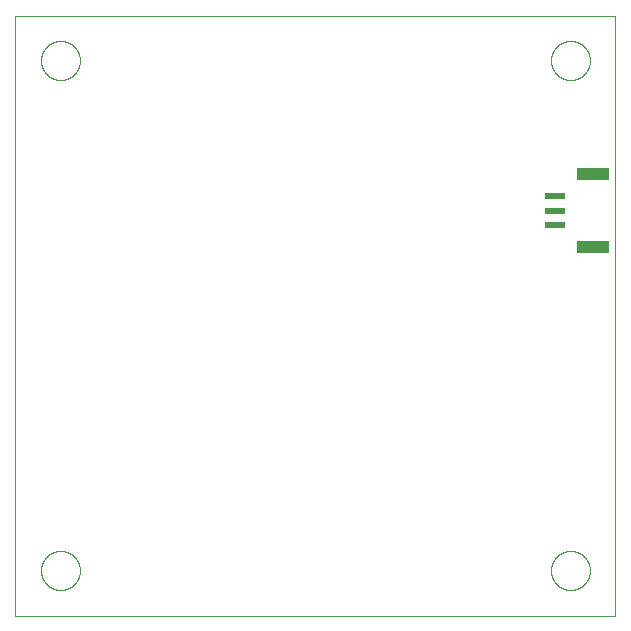
<source format=gbp>
G75*
%MOIN*%
%OFA0B0*%
%FSLAX25Y25*%
%IPPOS*%
%LPD*%
%AMOC8*
5,1,8,0,0,1.08239X$1,22.5*
%
%ADD10C,0.00300*%
%ADD11C,0.00000*%
%ADD12R,0.06693X0.02362*%
%ADD13R,0.10630X0.03937*%
D10*
X0430000Y0315000D02*
X0430000Y0515000D01*
X0630000Y0515000D01*
X0630000Y0315000D01*
X0430000Y0315000D01*
D11*
X0438500Y0330000D02*
X0438502Y0330161D01*
X0438508Y0330321D01*
X0438518Y0330482D01*
X0438532Y0330642D01*
X0438550Y0330802D01*
X0438571Y0330961D01*
X0438597Y0331120D01*
X0438627Y0331278D01*
X0438660Y0331435D01*
X0438698Y0331592D01*
X0438739Y0331747D01*
X0438784Y0331901D01*
X0438833Y0332054D01*
X0438886Y0332206D01*
X0438942Y0332357D01*
X0439003Y0332506D01*
X0439066Y0332654D01*
X0439134Y0332800D01*
X0439205Y0332944D01*
X0439279Y0333086D01*
X0439357Y0333227D01*
X0439439Y0333365D01*
X0439524Y0333502D01*
X0439612Y0333636D01*
X0439704Y0333768D01*
X0439799Y0333898D01*
X0439897Y0334026D01*
X0439998Y0334151D01*
X0440102Y0334273D01*
X0440209Y0334393D01*
X0440319Y0334510D01*
X0440432Y0334625D01*
X0440548Y0334736D01*
X0440667Y0334845D01*
X0440788Y0334950D01*
X0440912Y0335053D01*
X0441038Y0335153D01*
X0441166Y0335249D01*
X0441297Y0335342D01*
X0441431Y0335432D01*
X0441566Y0335519D01*
X0441704Y0335602D01*
X0441843Y0335682D01*
X0441985Y0335758D01*
X0442128Y0335831D01*
X0442273Y0335900D01*
X0442420Y0335966D01*
X0442568Y0336028D01*
X0442718Y0336086D01*
X0442869Y0336141D01*
X0443022Y0336192D01*
X0443176Y0336239D01*
X0443331Y0336282D01*
X0443487Y0336321D01*
X0443643Y0336357D01*
X0443801Y0336388D01*
X0443959Y0336416D01*
X0444118Y0336440D01*
X0444278Y0336460D01*
X0444438Y0336476D01*
X0444598Y0336488D01*
X0444759Y0336496D01*
X0444920Y0336500D01*
X0445080Y0336500D01*
X0445241Y0336496D01*
X0445402Y0336488D01*
X0445562Y0336476D01*
X0445722Y0336460D01*
X0445882Y0336440D01*
X0446041Y0336416D01*
X0446199Y0336388D01*
X0446357Y0336357D01*
X0446513Y0336321D01*
X0446669Y0336282D01*
X0446824Y0336239D01*
X0446978Y0336192D01*
X0447131Y0336141D01*
X0447282Y0336086D01*
X0447432Y0336028D01*
X0447580Y0335966D01*
X0447727Y0335900D01*
X0447872Y0335831D01*
X0448015Y0335758D01*
X0448157Y0335682D01*
X0448296Y0335602D01*
X0448434Y0335519D01*
X0448569Y0335432D01*
X0448703Y0335342D01*
X0448834Y0335249D01*
X0448962Y0335153D01*
X0449088Y0335053D01*
X0449212Y0334950D01*
X0449333Y0334845D01*
X0449452Y0334736D01*
X0449568Y0334625D01*
X0449681Y0334510D01*
X0449791Y0334393D01*
X0449898Y0334273D01*
X0450002Y0334151D01*
X0450103Y0334026D01*
X0450201Y0333898D01*
X0450296Y0333768D01*
X0450388Y0333636D01*
X0450476Y0333502D01*
X0450561Y0333365D01*
X0450643Y0333227D01*
X0450721Y0333086D01*
X0450795Y0332944D01*
X0450866Y0332800D01*
X0450934Y0332654D01*
X0450997Y0332506D01*
X0451058Y0332357D01*
X0451114Y0332206D01*
X0451167Y0332054D01*
X0451216Y0331901D01*
X0451261Y0331747D01*
X0451302Y0331592D01*
X0451340Y0331435D01*
X0451373Y0331278D01*
X0451403Y0331120D01*
X0451429Y0330961D01*
X0451450Y0330802D01*
X0451468Y0330642D01*
X0451482Y0330482D01*
X0451492Y0330321D01*
X0451498Y0330161D01*
X0451500Y0330000D01*
X0451498Y0329839D01*
X0451492Y0329679D01*
X0451482Y0329518D01*
X0451468Y0329358D01*
X0451450Y0329198D01*
X0451429Y0329039D01*
X0451403Y0328880D01*
X0451373Y0328722D01*
X0451340Y0328565D01*
X0451302Y0328408D01*
X0451261Y0328253D01*
X0451216Y0328099D01*
X0451167Y0327946D01*
X0451114Y0327794D01*
X0451058Y0327643D01*
X0450997Y0327494D01*
X0450934Y0327346D01*
X0450866Y0327200D01*
X0450795Y0327056D01*
X0450721Y0326914D01*
X0450643Y0326773D01*
X0450561Y0326635D01*
X0450476Y0326498D01*
X0450388Y0326364D01*
X0450296Y0326232D01*
X0450201Y0326102D01*
X0450103Y0325974D01*
X0450002Y0325849D01*
X0449898Y0325727D01*
X0449791Y0325607D01*
X0449681Y0325490D01*
X0449568Y0325375D01*
X0449452Y0325264D01*
X0449333Y0325155D01*
X0449212Y0325050D01*
X0449088Y0324947D01*
X0448962Y0324847D01*
X0448834Y0324751D01*
X0448703Y0324658D01*
X0448569Y0324568D01*
X0448434Y0324481D01*
X0448296Y0324398D01*
X0448157Y0324318D01*
X0448015Y0324242D01*
X0447872Y0324169D01*
X0447727Y0324100D01*
X0447580Y0324034D01*
X0447432Y0323972D01*
X0447282Y0323914D01*
X0447131Y0323859D01*
X0446978Y0323808D01*
X0446824Y0323761D01*
X0446669Y0323718D01*
X0446513Y0323679D01*
X0446357Y0323643D01*
X0446199Y0323612D01*
X0446041Y0323584D01*
X0445882Y0323560D01*
X0445722Y0323540D01*
X0445562Y0323524D01*
X0445402Y0323512D01*
X0445241Y0323504D01*
X0445080Y0323500D01*
X0444920Y0323500D01*
X0444759Y0323504D01*
X0444598Y0323512D01*
X0444438Y0323524D01*
X0444278Y0323540D01*
X0444118Y0323560D01*
X0443959Y0323584D01*
X0443801Y0323612D01*
X0443643Y0323643D01*
X0443487Y0323679D01*
X0443331Y0323718D01*
X0443176Y0323761D01*
X0443022Y0323808D01*
X0442869Y0323859D01*
X0442718Y0323914D01*
X0442568Y0323972D01*
X0442420Y0324034D01*
X0442273Y0324100D01*
X0442128Y0324169D01*
X0441985Y0324242D01*
X0441843Y0324318D01*
X0441704Y0324398D01*
X0441566Y0324481D01*
X0441431Y0324568D01*
X0441297Y0324658D01*
X0441166Y0324751D01*
X0441038Y0324847D01*
X0440912Y0324947D01*
X0440788Y0325050D01*
X0440667Y0325155D01*
X0440548Y0325264D01*
X0440432Y0325375D01*
X0440319Y0325490D01*
X0440209Y0325607D01*
X0440102Y0325727D01*
X0439998Y0325849D01*
X0439897Y0325974D01*
X0439799Y0326102D01*
X0439704Y0326232D01*
X0439612Y0326364D01*
X0439524Y0326498D01*
X0439439Y0326635D01*
X0439357Y0326773D01*
X0439279Y0326914D01*
X0439205Y0327056D01*
X0439134Y0327200D01*
X0439066Y0327346D01*
X0439003Y0327494D01*
X0438942Y0327643D01*
X0438886Y0327794D01*
X0438833Y0327946D01*
X0438784Y0328099D01*
X0438739Y0328253D01*
X0438698Y0328408D01*
X0438660Y0328565D01*
X0438627Y0328722D01*
X0438597Y0328880D01*
X0438571Y0329039D01*
X0438550Y0329198D01*
X0438532Y0329358D01*
X0438518Y0329518D01*
X0438508Y0329679D01*
X0438502Y0329839D01*
X0438500Y0330000D01*
X0608500Y0330000D02*
X0608502Y0330161D01*
X0608508Y0330321D01*
X0608518Y0330482D01*
X0608532Y0330642D01*
X0608550Y0330802D01*
X0608571Y0330961D01*
X0608597Y0331120D01*
X0608627Y0331278D01*
X0608660Y0331435D01*
X0608698Y0331592D01*
X0608739Y0331747D01*
X0608784Y0331901D01*
X0608833Y0332054D01*
X0608886Y0332206D01*
X0608942Y0332357D01*
X0609003Y0332506D01*
X0609066Y0332654D01*
X0609134Y0332800D01*
X0609205Y0332944D01*
X0609279Y0333086D01*
X0609357Y0333227D01*
X0609439Y0333365D01*
X0609524Y0333502D01*
X0609612Y0333636D01*
X0609704Y0333768D01*
X0609799Y0333898D01*
X0609897Y0334026D01*
X0609998Y0334151D01*
X0610102Y0334273D01*
X0610209Y0334393D01*
X0610319Y0334510D01*
X0610432Y0334625D01*
X0610548Y0334736D01*
X0610667Y0334845D01*
X0610788Y0334950D01*
X0610912Y0335053D01*
X0611038Y0335153D01*
X0611166Y0335249D01*
X0611297Y0335342D01*
X0611431Y0335432D01*
X0611566Y0335519D01*
X0611704Y0335602D01*
X0611843Y0335682D01*
X0611985Y0335758D01*
X0612128Y0335831D01*
X0612273Y0335900D01*
X0612420Y0335966D01*
X0612568Y0336028D01*
X0612718Y0336086D01*
X0612869Y0336141D01*
X0613022Y0336192D01*
X0613176Y0336239D01*
X0613331Y0336282D01*
X0613487Y0336321D01*
X0613643Y0336357D01*
X0613801Y0336388D01*
X0613959Y0336416D01*
X0614118Y0336440D01*
X0614278Y0336460D01*
X0614438Y0336476D01*
X0614598Y0336488D01*
X0614759Y0336496D01*
X0614920Y0336500D01*
X0615080Y0336500D01*
X0615241Y0336496D01*
X0615402Y0336488D01*
X0615562Y0336476D01*
X0615722Y0336460D01*
X0615882Y0336440D01*
X0616041Y0336416D01*
X0616199Y0336388D01*
X0616357Y0336357D01*
X0616513Y0336321D01*
X0616669Y0336282D01*
X0616824Y0336239D01*
X0616978Y0336192D01*
X0617131Y0336141D01*
X0617282Y0336086D01*
X0617432Y0336028D01*
X0617580Y0335966D01*
X0617727Y0335900D01*
X0617872Y0335831D01*
X0618015Y0335758D01*
X0618157Y0335682D01*
X0618296Y0335602D01*
X0618434Y0335519D01*
X0618569Y0335432D01*
X0618703Y0335342D01*
X0618834Y0335249D01*
X0618962Y0335153D01*
X0619088Y0335053D01*
X0619212Y0334950D01*
X0619333Y0334845D01*
X0619452Y0334736D01*
X0619568Y0334625D01*
X0619681Y0334510D01*
X0619791Y0334393D01*
X0619898Y0334273D01*
X0620002Y0334151D01*
X0620103Y0334026D01*
X0620201Y0333898D01*
X0620296Y0333768D01*
X0620388Y0333636D01*
X0620476Y0333502D01*
X0620561Y0333365D01*
X0620643Y0333227D01*
X0620721Y0333086D01*
X0620795Y0332944D01*
X0620866Y0332800D01*
X0620934Y0332654D01*
X0620997Y0332506D01*
X0621058Y0332357D01*
X0621114Y0332206D01*
X0621167Y0332054D01*
X0621216Y0331901D01*
X0621261Y0331747D01*
X0621302Y0331592D01*
X0621340Y0331435D01*
X0621373Y0331278D01*
X0621403Y0331120D01*
X0621429Y0330961D01*
X0621450Y0330802D01*
X0621468Y0330642D01*
X0621482Y0330482D01*
X0621492Y0330321D01*
X0621498Y0330161D01*
X0621500Y0330000D01*
X0621498Y0329839D01*
X0621492Y0329679D01*
X0621482Y0329518D01*
X0621468Y0329358D01*
X0621450Y0329198D01*
X0621429Y0329039D01*
X0621403Y0328880D01*
X0621373Y0328722D01*
X0621340Y0328565D01*
X0621302Y0328408D01*
X0621261Y0328253D01*
X0621216Y0328099D01*
X0621167Y0327946D01*
X0621114Y0327794D01*
X0621058Y0327643D01*
X0620997Y0327494D01*
X0620934Y0327346D01*
X0620866Y0327200D01*
X0620795Y0327056D01*
X0620721Y0326914D01*
X0620643Y0326773D01*
X0620561Y0326635D01*
X0620476Y0326498D01*
X0620388Y0326364D01*
X0620296Y0326232D01*
X0620201Y0326102D01*
X0620103Y0325974D01*
X0620002Y0325849D01*
X0619898Y0325727D01*
X0619791Y0325607D01*
X0619681Y0325490D01*
X0619568Y0325375D01*
X0619452Y0325264D01*
X0619333Y0325155D01*
X0619212Y0325050D01*
X0619088Y0324947D01*
X0618962Y0324847D01*
X0618834Y0324751D01*
X0618703Y0324658D01*
X0618569Y0324568D01*
X0618434Y0324481D01*
X0618296Y0324398D01*
X0618157Y0324318D01*
X0618015Y0324242D01*
X0617872Y0324169D01*
X0617727Y0324100D01*
X0617580Y0324034D01*
X0617432Y0323972D01*
X0617282Y0323914D01*
X0617131Y0323859D01*
X0616978Y0323808D01*
X0616824Y0323761D01*
X0616669Y0323718D01*
X0616513Y0323679D01*
X0616357Y0323643D01*
X0616199Y0323612D01*
X0616041Y0323584D01*
X0615882Y0323560D01*
X0615722Y0323540D01*
X0615562Y0323524D01*
X0615402Y0323512D01*
X0615241Y0323504D01*
X0615080Y0323500D01*
X0614920Y0323500D01*
X0614759Y0323504D01*
X0614598Y0323512D01*
X0614438Y0323524D01*
X0614278Y0323540D01*
X0614118Y0323560D01*
X0613959Y0323584D01*
X0613801Y0323612D01*
X0613643Y0323643D01*
X0613487Y0323679D01*
X0613331Y0323718D01*
X0613176Y0323761D01*
X0613022Y0323808D01*
X0612869Y0323859D01*
X0612718Y0323914D01*
X0612568Y0323972D01*
X0612420Y0324034D01*
X0612273Y0324100D01*
X0612128Y0324169D01*
X0611985Y0324242D01*
X0611843Y0324318D01*
X0611704Y0324398D01*
X0611566Y0324481D01*
X0611431Y0324568D01*
X0611297Y0324658D01*
X0611166Y0324751D01*
X0611038Y0324847D01*
X0610912Y0324947D01*
X0610788Y0325050D01*
X0610667Y0325155D01*
X0610548Y0325264D01*
X0610432Y0325375D01*
X0610319Y0325490D01*
X0610209Y0325607D01*
X0610102Y0325727D01*
X0609998Y0325849D01*
X0609897Y0325974D01*
X0609799Y0326102D01*
X0609704Y0326232D01*
X0609612Y0326364D01*
X0609524Y0326498D01*
X0609439Y0326635D01*
X0609357Y0326773D01*
X0609279Y0326914D01*
X0609205Y0327056D01*
X0609134Y0327200D01*
X0609066Y0327346D01*
X0609003Y0327494D01*
X0608942Y0327643D01*
X0608886Y0327794D01*
X0608833Y0327946D01*
X0608784Y0328099D01*
X0608739Y0328253D01*
X0608698Y0328408D01*
X0608660Y0328565D01*
X0608627Y0328722D01*
X0608597Y0328880D01*
X0608571Y0329039D01*
X0608550Y0329198D01*
X0608532Y0329358D01*
X0608518Y0329518D01*
X0608508Y0329679D01*
X0608502Y0329839D01*
X0608500Y0330000D01*
X0608500Y0500000D02*
X0608502Y0500161D01*
X0608508Y0500321D01*
X0608518Y0500482D01*
X0608532Y0500642D01*
X0608550Y0500802D01*
X0608571Y0500961D01*
X0608597Y0501120D01*
X0608627Y0501278D01*
X0608660Y0501435D01*
X0608698Y0501592D01*
X0608739Y0501747D01*
X0608784Y0501901D01*
X0608833Y0502054D01*
X0608886Y0502206D01*
X0608942Y0502357D01*
X0609003Y0502506D01*
X0609066Y0502654D01*
X0609134Y0502800D01*
X0609205Y0502944D01*
X0609279Y0503086D01*
X0609357Y0503227D01*
X0609439Y0503365D01*
X0609524Y0503502D01*
X0609612Y0503636D01*
X0609704Y0503768D01*
X0609799Y0503898D01*
X0609897Y0504026D01*
X0609998Y0504151D01*
X0610102Y0504273D01*
X0610209Y0504393D01*
X0610319Y0504510D01*
X0610432Y0504625D01*
X0610548Y0504736D01*
X0610667Y0504845D01*
X0610788Y0504950D01*
X0610912Y0505053D01*
X0611038Y0505153D01*
X0611166Y0505249D01*
X0611297Y0505342D01*
X0611431Y0505432D01*
X0611566Y0505519D01*
X0611704Y0505602D01*
X0611843Y0505682D01*
X0611985Y0505758D01*
X0612128Y0505831D01*
X0612273Y0505900D01*
X0612420Y0505966D01*
X0612568Y0506028D01*
X0612718Y0506086D01*
X0612869Y0506141D01*
X0613022Y0506192D01*
X0613176Y0506239D01*
X0613331Y0506282D01*
X0613487Y0506321D01*
X0613643Y0506357D01*
X0613801Y0506388D01*
X0613959Y0506416D01*
X0614118Y0506440D01*
X0614278Y0506460D01*
X0614438Y0506476D01*
X0614598Y0506488D01*
X0614759Y0506496D01*
X0614920Y0506500D01*
X0615080Y0506500D01*
X0615241Y0506496D01*
X0615402Y0506488D01*
X0615562Y0506476D01*
X0615722Y0506460D01*
X0615882Y0506440D01*
X0616041Y0506416D01*
X0616199Y0506388D01*
X0616357Y0506357D01*
X0616513Y0506321D01*
X0616669Y0506282D01*
X0616824Y0506239D01*
X0616978Y0506192D01*
X0617131Y0506141D01*
X0617282Y0506086D01*
X0617432Y0506028D01*
X0617580Y0505966D01*
X0617727Y0505900D01*
X0617872Y0505831D01*
X0618015Y0505758D01*
X0618157Y0505682D01*
X0618296Y0505602D01*
X0618434Y0505519D01*
X0618569Y0505432D01*
X0618703Y0505342D01*
X0618834Y0505249D01*
X0618962Y0505153D01*
X0619088Y0505053D01*
X0619212Y0504950D01*
X0619333Y0504845D01*
X0619452Y0504736D01*
X0619568Y0504625D01*
X0619681Y0504510D01*
X0619791Y0504393D01*
X0619898Y0504273D01*
X0620002Y0504151D01*
X0620103Y0504026D01*
X0620201Y0503898D01*
X0620296Y0503768D01*
X0620388Y0503636D01*
X0620476Y0503502D01*
X0620561Y0503365D01*
X0620643Y0503227D01*
X0620721Y0503086D01*
X0620795Y0502944D01*
X0620866Y0502800D01*
X0620934Y0502654D01*
X0620997Y0502506D01*
X0621058Y0502357D01*
X0621114Y0502206D01*
X0621167Y0502054D01*
X0621216Y0501901D01*
X0621261Y0501747D01*
X0621302Y0501592D01*
X0621340Y0501435D01*
X0621373Y0501278D01*
X0621403Y0501120D01*
X0621429Y0500961D01*
X0621450Y0500802D01*
X0621468Y0500642D01*
X0621482Y0500482D01*
X0621492Y0500321D01*
X0621498Y0500161D01*
X0621500Y0500000D01*
X0621498Y0499839D01*
X0621492Y0499679D01*
X0621482Y0499518D01*
X0621468Y0499358D01*
X0621450Y0499198D01*
X0621429Y0499039D01*
X0621403Y0498880D01*
X0621373Y0498722D01*
X0621340Y0498565D01*
X0621302Y0498408D01*
X0621261Y0498253D01*
X0621216Y0498099D01*
X0621167Y0497946D01*
X0621114Y0497794D01*
X0621058Y0497643D01*
X0620997Y0497494D01*
X0620934Y0497346D01*
X0620866Y0497200D01*
X0620795Y0497056D01*
X0620721Y0496914D01*
X0620643Y0496773D01*
X0620561Y0496635D01*
X0620476Y0496498D01*
X0620388Y0496364D01*
X0620296Y0496232D01*
X0620201Y0496102D01*
X0620103Y0495974D01*
X0620002Y0495849D01*
X0619898Y0495727D01*
X0619791Y0495607D01*
X0619681Y0495490D01*
X0619568Y0495375D01*
X0619452Y0495264D01*
X0619333Y0495155D01*
X0619212Y0495050D01*
X0619088Y0494947D01*
X0618962Y0494847D01*
X0618834Y0494751D01*
X0618703Y0494658D01*
X0618569Y0494568D01*
X0618434Y0494481D01*
X0618296Y0494398D01*
X0618157Y0494318D01*
X0618015Y0494242D01*
X0617872Y0494169D01*
X0617727Y0494100D01*
X0617580Y0494034D01*
X0617432Y0493972D01*
X0617282Y0493914D01*
X0617131Y0493859D01*
X0616978Y0493808D01*
X0616824Y0493761D01*
X0616669Y0493718D01*
X0616513Y0493679D01*
X0616357Y0493643D01*
X0616199Y0493612D01*
X0616041Y0493584D01*
X0615882Y0493560D01*
X0615722Y0493540D01*
X0615562Y0493524D01*
X0615402Y0493512D01*
X0615241Y0493504D01*
X0615080Y0493500D01*
X0614920Y0493500D01*
X0614759Y0493504D01*
X0614598Y0493512D01*
X0614438Y0493524D01*
X0614278Y0493540D01*
X0614118Y0493560D01*
X0613959Y0493584D01*
X0613801Y0493612D01*
X0613643Y0493643D01*
X0613487Y0493679D01*
X0613331Y0493718D01*
X0613176Y0493761D01*
X0613022Y0493808D01*
X0612869Y0493859D01*
X0612718Y0493914D01*
X0612568Y0493972D01*
X0612420Y0494034D01*
X0612273Y0494100D01*
X0612128Y0494169D01*
X0611985Y0494242D01*
X0611843Y0494318D01*
X0611704Y0494398D01*
X0611566Y0494481D01*
X0611431Y0494568D01*
X0611297Y0494658D01*
X0611166Y0494751D01*
X0611038Y0494847D01*
X0610912Y0494947D01*
X0610788Y0495050D01*
X0610667Y0495155D01*
X0610548Y0495264D01*
X0610432Y0495375D01*
X0610319Y0495490D01*
X0610209Y0495607D01*
X0610102Y0495727D01*
X0609998Y0495849D01*
X0609897Y0495974D01*
X0609799Y0496102D01*
X0609704Y0496232D01*
X0609612Y0496364D01*
X0609524Y0496498D01*
X0609439Y0496635D01*
X0609357Y0496773D01*
X0609279Y0496914D01*
X0609205Y0497056D01*
X0609134Y0497200D01*
X0609066Y0497346D01*
X0609003Y0497494D01*
X0608942Y0497643D01*
X0608886Y0497794D01*
X0608833Y0497946D01*
X0608784Y0498099D01*
X0608739Y0498253D01*
X0608698Y0498408D01*
X0608660Y0498565D01*
X0608627Y0498722D01*
X0608597Y0498880D01*
X0608571Y0499039D01*
X0608550Y0499198D01*
X0608532Y0499358D01*
X0608518Y0499518D01*
X0608508Y0499679D01*
X0608502Y0499839D01*
X0608500Y0500000D01*
X0438500Y0500000D02*
X0438502Y0500161D01*
X0438508Y0500321D01*
X0438518Y0500482D01*
X0438532Y0500642D01*
X0438550Y0500802D01*
X0438571Y0500961D01*
X0438597Y0501120D01*
X0438627Y0501278D01*
X0438660Y0501435D01*
X0438698Y0501592D01*
X0438739Y0501747D01*
X0438784Y0501901D01*
X0438833Y0502054D01*
X0438886Y0502206D01*
X0438942Y0502357D01*
X0439003Y0502506D01*
X0439066Y0502654D01*
X0439134Y0502800D01*
X0439205Y0502944D01*
X0439279Y0503086D01*
X0439357Y0503227D01*
X0439439Y0503365D01*
X0439524Y0503502D01*
X0439612Y0503636D01*
X0439704Y0503768D01*
X0439799Y0503898D01*
X0439897Y0504026D01*
X0439998Y0504151D01*
X0440102Y0504273D01*
X0440209Y0504393D01*
X0440319Y0504510D01*
X0440432Y0504625D01*
X0440548Y0504736D01*
X0440667Y0504845D01*
X0440788Y0504950D01*
X0440912Y0505053D01*
X0441038Y0505153D01*
X0441166Y0505249D01*
X0441297Y0505342D01*
X0441431Y0505432D01*
X0441566Y0505519D01*
X0441704Y0505602D01*
X0441843Y0505682D01*
X0441985Y0505758D01*
X0442128Y0505831D01*
X0442273Y0505900D01*
X0442420Y0505966D01*
X0442568Y0506028D01*
X0442718Y0506086D01*
X0442869Y0506141D01*
X0443022Y0506192D01*
X0443176Y0506239D01*
X0443331Y0506282D01*
X0443487Y0506321D01*
X0443643Y0506357D01*
X0443801Y0506388D01*
X0443959Y0506416D01*
X0444118Y0506440D01*
X0444278Y0506460D01*
X0444438Y0506476D01*
X0444598Y0506488D01*
X0444759Y0506496D01*
X0444920Y0506500D01*
X0445080Y0506500D01*
X0445241Y0506496D01*
X0445402Y0506488D01*
X0445562Y0506476D01*
X0445722Y0506460D01*
X0445882Y0506440D01*
X0446041Y0506416D01*
X0446199Y0506388D01*
X0446357Y0506357D01*
X0446513Y0506321D01*
X0446669Y0506282D01*
X0446824Y0506239D01*
X0446978Y0506192D01*
X0447131Y0506141D01*
X0447282Y0506086D01*
X0447432Y0506028D01*
X0447580Y0505966D01*
X0447727Y0505900D01*
X0447872Y0505831D01*
X0448015Y0505758D01*
X0448157Y0505682D01*
X0448296Y0505602D01*
X0448434Y0505519D01*
X0448569Y0505432D01*
X0448703Y0505342D01*
X0448834Y0505249D01*
X0448962Y0505153D01*
X0449088Y0505053D01*
X0449212Y0504950D01*
X0449333Y0504845D01*
X0449452Y0504736D01*
X0449568Y0504625D01*
X0449681Y0504510D01*
X0449791Y0504393D01*
X0449898Y0504273D01*
X0450002Y0504151D01*
X0450103Y0504026D01*
X0450201Y0503898D01*
X0450296Y0503768D01*
X0450388Y0503636D01*
X0450476Y0503502D01*
X0450561Y0503365D01*
X0450643Y0503227D01*
X0450721Y0503086D01*
X0450795Y0502944D01*
X0450866Y0502800D01*
X0450934Y0502654D01*
X0450997Y0502506D01*
X0451058Y0502357D01*
X0451114Y0502206D01*
X0451167Y0502054D01*
X0451216Y0501901D01*
X0451261Y0501747D01*
X0451302Y0501592D01*
X0451340Y0501435D01*
X0451373Y0501278D01*
X0451403Y0501120D01*
X0451429Y0500961D01*
X0451450Y0500802D01*
X0451468Y0500642D01*
X0451482Y0500482D01*
X0451492Y0500321D01*
X0451498Y0500161D01*
X0451500Y0500000D01*
X0451498Y0499839D01*
X0451492Y0499679D01*
X0451482Y0499518D01*
X0451468Y0499358D01*
X0451450Y0499198D01*
X0451429Y0499039D01*
X0451403Y0498880D01*
X0451373Y0498722D01*
X0451340Y0498565D01*
X0451302Y0498408D01*
X0451261Y0498253D01*
X0451216Y0498099D01*
X0451167Y0497946D01*
X0451114Y0497794D01*
X0451058Y0497643D01*
X0450997Y0497494D01*
X0450934Y0497346D01*
X0450866Y0497200D01*
X0450795Y0497056D01*
X0450721Y0496914D01*
X0450643Y0496773D01*
X0450561Y0496635D01*
X0450476Y0496498D01*
X0450388Y0496364D01*
X0450296Y0496232D01*
X0450201Y0496102D01*
X0450103Y0495974D01*
X0450002Y0495849D01*
X0449898Y0495727D01*
X0449791Y0495607D01*
X0449681Y0495490D01*
X0449568Y0495375D01*
X0449452Y0495264D01*
X0449333Y0495155D01*
X0449212Y0495050D01*
X0449088Y0494947D01*
X0448962Y0494847D01*
X0448834Y0494751D01*
X0448703Y0494658D01*
X0448569Y0494568D01*
X0448434Y0494481D01*
X0448296Y0494398D01*
X0448157Y0494318D01*
X0448015Y0494242D01*
X0447872Y0494169D01*
X0447727Y0494100D01*
X0447580Y0494034D01*
X0447432Y0493972D01*
X0447282Y0493914D01*
X0447131Y0493859D01*
X0446978Y0493808D01*
X0446824Y0493761D01*
X0446669Y0493718D01*
X0446513Y0493679D01*
X0446357Y0493643D01*
X0446199Y0493612D01*
X0446041Y0493584D01*
X0445882Y0493560D01*
X0445722Y0493540D01*
X0445562Y0493524D01*
X0445402Y0493512D01*
X0445241Y0493504D01*
X0445080Y0493500D01*
X0444920Y0493500D01*
X0444759Y0493504D01*
X0444598Y0493512D01*
X0444438Y0493524D01*
X0444278Y0493540D01*
X0444118Y0493560D01*
X0443959Y0493584D01*
X0443801Y0493612D01*
X0443643Y0493643D01*
X0443487Y0493679D01*
X0443331Y0493718D01*
X0443176Y0493761D01*
X0443022Y0493808D01*
X0442869Y0493859D01*
X0442718Y0493914D01*
X0442568Y0493972D01*
X0442420Y0494034D01*
X0442273Y0494100D01*
X0442128Y0494169D01*
X0441985Y0494242D01*
X0441843Y0494318D01*
X0441704Y0494398D01*
X0441566Y0494481D01*
X0441431Y0494568D01*
X0441297Y0494658D01*
X0441166Y0494751D01*
X0441038Y0494847D01*
X0440912Y0494947D01*
X0440788Y0495050D01*
X0440667Y0495155D01*
X0440548Y0495264D01*
X0440432Y0495375D01*
X0440319Y0495490D01*
X0440209Y0495607D01*
X0440102Y0495727D01*
X0439998Y0495849D01*
X0439897Y0495974D01*
X0439799Y0496102D01*
X0439704Y0496232D01*
X0439612Y0496364D01*
X0439524Y0496498D01*
X0439439Y0496635D01*
X0439357Y0496773D01*
X0439279Y0496914D01*
X0439205Y0497056D01*
X0439134Y0497200D01*
X0439066Y0497346D01*
X0439003Y0497494D01*
X0438942Y0497643D01*
X0438886Y0497794D01*
X0438833Y0497946D01*
X0438784Y0498099D01*
X0438739Y0498253D01*
X0438698Y0498408D01*
X0438660Y0498565D01*
X0438627Y0498722D01*
X0438597Y0498880D01*
X0438571Y0499039D01*
X0438550Y0499198D01*
X0438532Y0499358D01*
X0438518Y0499518D01*
X0438508Y0499679D01*
X0438502Y0499839D01*
X0438500Y0500000D01*
D12*
X0609779Y0454921D03*
X0609779Y0450000D03*
X0609779Y0445079D03*
D13*
X0622377Y0437795D03*
X0622377Y0462205D03*
M02*

</source>
